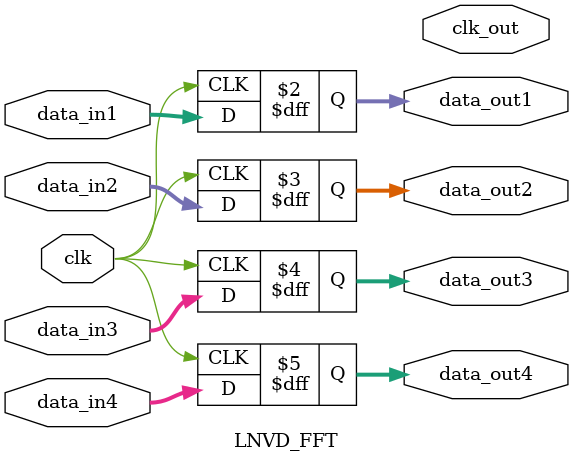
<source format=v>
/* Author: 	Evan Newell
	Date:   	April 6, 2024
	Project: LNVD
	
	Input: * 250 KHz clk
			 * 4 x 12 bit values
	
	Output: *4 x 12 bit values with frequency band normalization 
			  *250 KHz clk	
			  
	Credit: 
	* Silas Waxter and Aaron Jobe (Team member for research and troubleshooting support)

	Contact: (541)527-0767 *** neweleva000@gmail.com
*/

module LNVD_FFT(
	input  clk,
	input  [11:0] data_in1,
	input  [11:0] data_in2,
	input  [11:0] data_in3,
	input  [11:0] data_in4,
	output reg [11:0] data_out1,
	output reg [11:0] data_out2,
	output reg [11:0] data_out3,
	output reg [11:0] data_out4,
	output clk_out
);

	always @(posedge clk) begin
		data_out1 <= data_in1;
		data_out2 <= data_in2;
		data_out3 <= data_in3;
		data_out4 <= data_in4;
	end

endmodule
</source>
